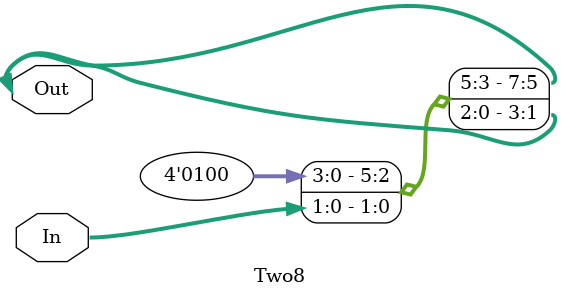
<source format=v>
`timescale 1ns / 1ps
module Two8(
    input [1:0] In,
    input [7:0] Out
    );
	 
	 assign Out[7] = 0,  Out[6] = 1,  Out[5] = 0,  Out[4] = ((In[1])&(~In[0])), Out[3] = 0,  Out[2] = In[1],  Out[1] = In[0],  Out[0] = ~((In[1])&(~In[0]));


endmodule

</source>
